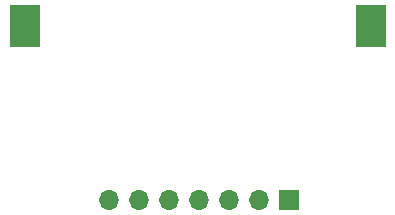
<source format=gbr>
G04 #@! TF.GenerationSoftware,KiCad,Pcbnew,(5.1.8)-1*
G04 #@! TF.CreationDate,2021-04-15T21:20:39+02:00*
G04 #@! TF.ProjectId,nrf52-sensor-tag,6e726635-322d-4736-956e-736f722d7461,rev?*
G04 #@! TF.SameCoordinates,Original*
G04 #@! TF.FileFunction,Soldermask,Bot*
G04 #@! TF.FilePolarity,Negative*
%FSLAX46Y46*%
G04 Gerber Fmt 4.6, Leading zero omitted, Abs format (unit mm)*
G04 Created by KiCad (PCBNEW (5.1.8)-1) date 2021-04-15 21:20:39*
%MOMM*%
%LPD*%
G01*
G04 APERTURE LIST*
%ADD10O,1.700000X1.700000*%
%ADD11R,1.700000X1.700000*%
%ADD12R,2.600000X3.560000*%
G04 APERTURE END LIST*
D10*
X114274600Y-79362300D03*
X116814600Y-79362300D03*
X119354600Y-79362300D03*
X121894600Y-79362300D03*
X124434600Y-79362300D03*
X126974600Y-79362300D03*
D11*
X129514600Y-79362300D03*
D12*
X136417600Y-64617600D03*
X107117600Y-64617600D03*
M02*

</source>
